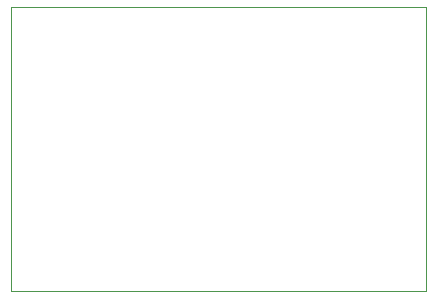
<source format=gbr>
%TF.GenerationSoftware,KiCad,Pcbnew,(6.0.8)*%
%TF.CreationDate,2023-06-07T12:36:53+01:00*%
%TF.ProjectId,BlueRetro_Universal_HW1_3v3,426c7565-5265-4747-926f-5f556e697665,rev?*%
%TF.SameCoordinates,Original*%
%TF.FileFunction,Profile,NP*%
%FSLAX46Y46*%
G04 Gerber Fmt 4.6, Leading zero omitted, Abs format (unit mm)*
G04 Created by KiCad (PCBNEW (6.0.8)) date 2023-06-07 12:36:53*
%MOMM*%
%LPD*%
G01*
G04 APERTURE LIST*
%TA.AperFunction,Profile*%
%ADD10C,0.050000*%
%TD*%
G04 APERTURE END LIST*
D10*
X131267200Y-49403000D02*
X166446200Y-49403000D01*
X166446200Y-49403000D02*
X166446200Y-73380600D01*
X166446200Y-73380600D02*
X131267200Y-73380600D01*
X131267200Y-73380600D02*
X131267200Y-49403000D01*
M02*

</source>
